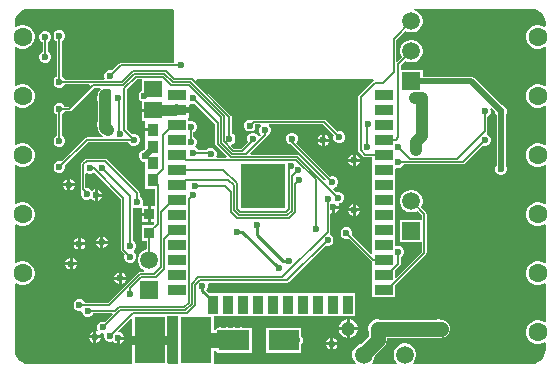
<source format=gtl>
G04*
G04 #@! TF.GenerationSoftware,Altium Limited,Altium Designer,21.5.1 (32)*
G04*
G04 Layer_Physical_Order=1*
G04 Layer_Color=255*
%FSLAX44Y44*%
%MOMM*%
G71*
G04*
G04 #@! TF.SameCoordinates,DE706C4F-A6C2-482A-8352-4916370A565D*
G04*
G04*
G04 #@! TF.FilePolarity,Positive*
G04*
G01*
G75*
%ADD13R,3.7000X3.7000*%
%ADD14R,1.5000X0.9000*%
%ADD15R,0.9000X1.5000*%
%ADD16R,2.6000X4.0000*%
%ADD17R,2.5500X1.7500*%
%ADD18R,0.9000X0.9500*%
%ADD19R,1.5000X1.4500*%
%ADD20R,0.9500X1.0500*%
%ADD30C,1.6000*%
%ADD33C,1.0160*%
%ADD34C,1.2700*%
%ADD35C,0.5080*%
%ADD36C,0.1270*%
%ADD37C,0.9652*%
%ADD38C,0.2540*%
%ADD39C,1.2000*%
%ADD40C,1.5000*%
%ADD41R,1.5000X1.5000*%
%ADD42C,0.6000*%
G36*
X442790Y302495D02*
X445155Y301515D01*
X447283Y300093D01*
X449093Y298283D01*
X450515Y296155D01*
X451495Y293790D01*
X451990Y291303D01*
X451962Y290046D01*
X451965Y290023D01*
X451961Y290000D01*
X451961Y287859D01*
X450691Y287261D01*
X448860Y288319D01*
X446316Y289000D01*
X443684D01*
X441140Y288319D01*
X438860Y287002D01*
X436998Y285140D01*
X435681Y282860D01*
X435000Y280317D01*
Y277684D01*
X435681Y275140D01*
X436998Y272860D01*
X438860Y270998D01*
X441140Y269681D01*
X443684Y269000D01*
X446316D01*
X448860Y269681D01*
X450693Y270740D01*
X451963Y270144D01*
X451967Y237851D01*
X450697Y237258D01*
X448860Y238319D01*
X446316Y239000D01*
X443684D01*
X441140Y238319D01*
X438860Y237002D01*
X436998Y235140D01*
X435681Y232860D01*
X435000Y230317D01*
Y227684D01*
X435681Y225140D01*
X436998Y222860D01*
X438860Y220998D01*
X441140Y219681D01*
X443684Y219000D01*
X446316D01*
X448860Y219681D01*
X450699Y220744D01*
X451969Y220151D01*
X451973Y187843D01*
X450703Y187254D01*
X448860Y188319D01*
X446316Y189000D01*
X443684D01*
X441140Y188319D01*
X438860Y187002D01*
X436998Y185140D01*
X435681Y182860D01*
X435000Y180317D01*
Y177684D01*
X435681Y175140D01*
X436998Y172860D01*
X438860Y170998D01*
X441140Y169681D01*
X443684Y169000D01*
X446316D01*
X448860Y169681D01*
X450705Y170747D01*
X451975Y170159D01*
X451979Y137836D01*
X450709Y137251D01*
X448860Y138319D01*
X446316Y139000D01*
X443684D01*
X441140Y138319D01*
X438860Y137002D01*
X436998Y135140D01*
X435681Y132860D01*
X435000Y130316D01*
Y127683D01*
X435681Y125140D01*
X436998Y122860D01*
X438860Y120998D01*
X441140Y119682D01*
X443684Y119000D01*
X446316D01*
X448860Y119682D01*
X450711Y120751D01*
X451982Y120167D01*
X451985Y87828D01*
X450715Y87247D01*
X448860Y88319D01*
X446316Y89000D01*
X443684D01*
X441140Y88319D01*
X438860Y87002D01*
X436998Y85140D01*
X435681Y82860D01*
X435000Y80316D01*
Y77684D01*
X435681Y75140D01*
X436998Y72860D01*
X438860Y70998D01*
X441140Y69682D01*
X443684Y69000D01*
X446316D01*
X448860Y69682D01*
X450718Y70754D01*
X451988Y70175D01*
X451992Y37820D01*
X450722Y37244D01*
X448860Y38319D01*
X446316Y39000D01*
X443684D01*
X441140Y38319D01*
X438860Y37002D01*
X436998Y35140D01*
X435681Y32860D01*
X435000Y30317D01*
Y27683D01*
X435681Y25140D01*
X436998Y22860D01*
X438860Y20998D01*
X441140Y19682D01*
X443684Y19000D01*
X446316D01*
X448860Y19682D01*
X450723Y20758D01*
X451994Y20183D01*
X451994Y15000D01*
Y13720D01*
X451495Y11210D01*
X450515Y8845D01*
X449093Y6717D01*
X447283Y4907D01*
X445155Y3485D01*
X442790Y2505D01*
X440303Y2010D01*
X439046Y2039D01*
X439023Y2034D01*
X439000Y2039D01*
X339762Y2031D01*
X339236Y3301D01*
X340102Y4167D01*
X341353Y6333D01*
X342000Y8749D01*
Y11251D01*
X341353Y13667D01*
X340102Y15833D01*
X338333Y17602D01*
X336167Y18853D01*
X333751Y19500D01*
X331249D01*
X328833Y18853D01*
X326667Y17602D01*
X324898Y15833D01*
X323647Y13667D01*
X323000Y11251D01*
Y8749D01*
X323647Y6333D01*
X324898Y4167D01*
X325765Y3300D01*
X325239Y2030D01*
X304760Y2028D01*
X304233Y3298D01*
X305102Y4167D01*
X306353Y6333D01*
X307000Y8749D01*
Y9253D01*
X314935Y17188D01*
X314935Y17188D01*
X316156Y18779D01*
X316924Y20633D01*
X317186Y22622D01*
Y24314D01*
X359247D01*
X360005Y24000D01*
X361995D01*
X362753Y24314D01*
X363000D01*
X364989Y24576D01*
X366843Y25344D01*
X368435Y26565D01*
X369656Y28157D01*
X369959Y28888D01*
X370239Y29168D01*
X371000Y31005D01*
Y32995D01*
X370239Y34832D01*
X369959Y35113D01*
X369656Y35843D01*
X368435Y37435D01*
X366843Y38656D01*
X364989Y39424D01*
X363000Y39686D01*
X362753D01*
X361995Y40000D01*
X360005D01*
X359247Y39686D01*
X311726D01*
X310553Y40000D01*
X308447D01*
X306412Y39455D01*
X304588Y38402D01*
X303098Y36912D01*
X302045Y35088D01*
X301500Y33053D01*
Y30947D01*
X301814Y29774D01*
Y25806D01*
X295237Y19229D01*
X293833Y18853D01*
X291667Y17602D01*
X289898Y15833D01*
X288647Y13667D01*
X288000Y11251D01*
Y8749D01*
X288647Y6333D01*
X289898Y4167D01*
X290768Y3297D01*
X290242Y2027D01*
X171398Y2018D01*
X170500Y2916D01*
Y13000D01*
X170995D01*
X171980Y13408D01*
X173250Y12560D01*
Y11250D01*
X202750D01*
Y32750D01*
X195598D01*
X194995Y33000D01*
X193005D01*
X192402Y32750D01*
X189598D01*
X188995Y33000D01*
X187005D01*
X186402Y32750D01*
X183598D01*
X182995Y33000D01*
X181005D01*
X180402Y32750D01*
X177598D01*
X176995Y33000D01*
X175005D01*
X174402Y32750D01*
X173250D01*
Y32273D01*
X173168Y32239D01*
X171770Y30841D01*
X171718Y30842D01*
X170500Y31106D01*
Y42900D01*
X290650D01*
Y61900D01*
X167013D01*
X164492Y64421D01*
X165239Y65168D01*
X166000Y67005D01*
Y68995D01*
X165672Y69788D01*
X166520Y71058D01*
X233000D01*
X233743Y71206D01*
X234373Y71627D01*
X265116Y102369D01*
X266005Y102000D01*
X267995D01*
X269832Y102761D01*
X271239Y104168D01*
X272000Y106005D01*
Y107995D01*
X271239Y109832D01*
X269832Y111239D01*
X269089Y111546D01*
X268916Y111808D01*
X268683Y113090D01*
X268794Y113257D01*
X268942Y114000D01*
Y129480D01*
X270212Y130329D01*
X270730Y130114D01*
Y135000D01*
X272000D01*
Y136270D01*
X276886D01*
X276695Y136730D01*
X276995Y138000D01*
X278832Y138761D01*
X280239Y140168D01*
X281000Y142005D01*
Y143995D01*
X280239Y145832D01*
X278832Y147239D01*
X276995Y148000D01*
X275005D01*
X274116Y147631D01*
X271920Y149827D01*
X272382Y151161D01*
X273832Y151761D01*
X275239Y153168D01*
X276000Y155005D01*
Y156995D01*
X275239Y158832D01*
X273832Y160239D01*
X271995Y161000D01*
X270005D01*
X269116Y160631D01*
X240409Y189338D01*
X241239Y190168D01*
X242000Y192005D01*
Y193995D01*
X241239Y195832D01*
X239832Y197239D01*
X237995Y198000D01*
X236005D01*
X234168Y197239D01*
X232761Y195832D01*
X232000Y193995D01*
Y192005D01*
X232761Y190168D01*
X234168Y188761D01*
X236005Y188000D01*
X236253D01*
X265690Y158563D01*
X265557Y157986D01*
X264162Y157585D01*
X242913Y178833D01*
X242283Y179254D01*
X241540Y179402D01*
X201808D01*
X201322Y180576D01*
X215373Y194627D01*
X215795Y195257D01*
X215811Y195338D01*
X216832Y195761D01*
X218239Y197168D01*
X219000Y199005D01*
Y200995D01*
X218239Y202832D01*
X217283Y203788D01*
X217810Y205058D01*
X263195D01*
X272369Y195884D01*
X272000Y194995D01*
Y193005D01*
X272761Y191168D01*
X274168Y189761D01*
X276005Y189000D01*
X277995D01*
X279832Y189761D01*
X281239Y191168D01*
X282000Y193005D01*
Y194995D01*
X281239Y196832D01*
X279832Y198239D01*
X277995Y199000D01*
X276005D01*
X275116Y198631D01*
X265373Y208373D01*
X264743Y208794D01*
X264000Y208942D01*
X204937D01*
X204937Y208942D01*
X204193Y208794D01*
X203563Y208373D01*
X203547Y208357D01*
X201995Y209000D01*
X200005D01*
X198168Y208239D01*
X196761Y206832D01*
X196000Y204995D01*
Y203005D01*
X196761Y201168D01*
X198168Y199761D01*
X200005Y199000D01*
X201995D01*
X203832Y199761D01*
X205239Y201168D01*
X206000Y203005D01*
Y204995D01*
X206042Y205058D01*
X210191D01*
X210717Y203788D01*
X209761Y202832D01*
X209000Y200995D01*
Y199005D01*
X209761Y197168D01*
X211091Y195838D01*
X210045Y194791D01*
X208547Y195089D01*
X208239Y195832D01*
X206832Y197239D01*
X204995Y198000D01*
X203005D01*
X201168Y197239D01*
X199761Y195832D01*
X199000Y193995D01*
Y192005D01*
X199662Y190408D01*
X193736Y184482D01*
X187857D01*
X185503Y186836D01*
X185801Y188334D01*
X186832Y188761D01*
X188239Y190168D01*
X189000Y192005D01*
Y193995D01*
X188239Y195832D01*
X186832Y197239D01*
X185942Y197607D01*
Y211000D01*
X185794Y211743D01*
X185373Y212373D01*
X185373Y212374D01*
X155920Y241827D01*
X156406Y243000D01*
X305386D01*
X306171Y241822D01*
X306160Y241730D01*
X305627Y241373D01*
X305627Y241373D01*
X293627Y229373D01*
X293206Y228743D01*
X293058Y228000D01*
Y183000D01*
X293206Y182257D01*
X293627Y181627D01*
X297626Y177627D01*
X297627Y177627D01*
X298257Y177206D01*
X299000Y177058D01*
X305000D01*
Y172700D01*
Y160000D01*
Y147300D01*
Y134600D01*
Y121900D01*
Y109200D01*
Y95406D01*
X303827Y94920D01*
X287631Y111116D01*
X288000Y112005D01*
Y113995D01*
X287239Y115832D01*
X285832Y117239D01*
X283995Y118000D01*
X282005D01*
X280168Y117239D01*
X278761Y115832D01*
X278000Y113995D01*
Y112005D01*
X278761Y110168D01*
X280168Y108761D01*
X282005Y108000D01*
X283995D01*
X284884Y108369D01*
X304327Y88927D01*
X304957Y88505D01*
X305000Y88497D01*
Y83800D01*
Y71100D01*
Y58400D01*
X324000D01*
Y68653D01*
X350373Y95027D01*
X350794Y95657D01*
X350942Y96400D01*
Y129000D01*
X350794Y129743D01*
X350373Y130373D01*
X345960Y134787D01*
X346853Y136333D01*
X347500Y138749D01*
Y141251D01*
X346853Y143667D01*
X345602Y145833D01*
X343833Y147602D01*
X341667Y148853D01*
X339251Y149500D01*
X336749D01*
X334333Y148853D01*
X332167Y147602D01*
X330398Y145833D01*
X329147Y143667D01*
X328500Y141251D01*
Y138749D01*
X329147Y136333D01*
X330398Y134167D01*
X332167Y132398D01*
X334333Y131147D01*
X336749Y130500D01*
X339251D01*
X341667Y131147D01*
X343213Y132040D01*
X347058Y128195D01*
Y124100D01*
X328500D01*
Y105100D01*
X347058D01*
Y97205D01*
X325173Y75320D01*
X324000Y75806D01*
Y81353D01*
X328373Y85726D01*
X328373Y85727D01*
X328795Y86357D01*
X328942Y87100D01*
Y92393D01*
X329832Y92761D01*
X331239Y94168D01*
X332000Y96005D01*
Y97995D01*
X331239Y99832D01*
X329832Y101239D01*
X327995Y102000D01*
X326005D01*
X325270Y101695D01*
X324000Y102544D01*
Y109200D01*
Y121900D01*
Y134600D01*
Y147300D01*
Y160000D01*
Y167456D01*
X325270Y168305D01*
X326005Y168000D01*
X327995D01*
X329832Y168761D01*
X331239Y170168D01*
X331607Y171058D01*
X381500D01*
X382243Y171206D01*
X382873Y171627D01*
X398366Y187119D01*
X399255Y186750D01*
X401245D01*
X403082Y187511D01*
X404489Y188918D01*
X405250Y190755D01*
Y192745D01*
X404489Y194582D01*
X403082Y195989D01*
X401986Y196443D01*
X401623Y197877D01*
X402044Y198507D01*
X402192Y199250D01*
Y211393D01*
X403082Y211761D01*
X404489Y213168D01*
X405250Y215005D01*
Y216995D01*
X404921Y217789D01*
X405997Y218509D01*
X409000Y215506D01*
Y215005D01*
X409761Y213168D01*
X410115Y212814D01*
Y170186D01*
X409761Y169832D01*
X409000Y167995D01*
Y166005D01*
X409761Y164168D01*
X411168Y162761D01*
X413005Y162000D01*
X414995D01*
X416832Y162761D01*
X418239Y164168D01*
X419000Y166005D01*
Y167995D01*
X418239Y169832D01*
X417885Y170186D01*
Y212814D01*
X418239Y213168D01*
X419000Y215005D01*
Y216995D01*
X418239Y218832D01*
X416832Y220239D01*
X414995Y221000D01*
X414494D01*
X391147Y244347D01*
X389887Y245189D01*
X388400Y245485D01*
X347500D01*
Y251100D01*
X328942D01*
Y255196D01*
X332787Y259040D01*
X334333Y258147D01*
X336749Y257500D01*
X339251D01*
X341667Y258147D01*
X343833Y259398D01*
X345602Y261167D01*
X346853Y263333D01*
X347500Y265749D01*
Y268251D01*
X346853Y270667D01*
X345602Y272833D01*
X343833Y274602D01*
X341667Y275853D01*
X339251Y276500D01*
X336749D01*
X334333Y275853D01*
X332167Y274602D01*
X330398Y272833D01*
X329147Y270667D01*
X328500Y268251D01*
Y265749D01*
X329147Y263333D01*
X330040Y261787D01*
X326212Y257959D01*
X324942Y258485D01*
Y276595D01*
X332787Y284440D01*
X334333Y283547D01*
X336749Y282900D01*
X339251D01*
X341667Y283547D01*
X343833Y284798D01*
X345602Y286567D01*
X346853Y288733D01*
X347500Y291149D01*
Y293651D01*
X346853Y296067D01*
X345602Y298233D01*
X343833Y300002D01*
X341667Y301253D01*
X339936Y301716D01*
X340103Y302987D01*
X439000Y302994D01*
X440280D01*
X442790Y302495D01*
D02*
G37*
G36*
X14954Y302961D02*
X14977Y302966D01*
X15000Y302961D01*
X136102Y302970D01*
X137000Y302072D01*
Y256942D01*
X92000D01*
X92000Y256942D01*
X91257Y256794D01*
X90627Y256373D01*
X84885Y250631D01*
X83995Y251000D01*
X82005D01*
X80168Y250239D01*
X78761Y248832D01*
X78000Y246995D01*
Y245005D01*
X78328Y244212D01*
X77480Y242942D01*
X44607D01*
X44239Y243832D01*
X42832Y245239D01*
X41942Y245607D01*
Y275393D01*
X42832Y275761D01*
X44239Y277168D01*
X45000Y279005D01*
Y280995D01*
X44239Y282832D01*
X42832Y284239D01*
X40995Y285000D01*
X39005D01*
X37168Y284239D01*
X35761Y282832D01*
X35000Y280995D01*
Y279005D01*
X35761Y277168D01*
X37168Y275761D01*
X38058Y275393D01*
Y245607D01*
X37168Y245239D01*
X35761Y243832D01*
X35000Y241995D01*
Y240005D01*
X35761Y238168D01*
X37168Y236761D01*
X39005Y236000D01*
X40995D01*
X42832Y236761D01*
X44239Y238168D01*
X44607Y239058D01*
X65152D01*
X65637Y237884D01*
X47695Y219942D01*
X44607D01*
X44239Y220832D01*
X42832Y222239D01*
X40995Y223000D01*
X39005D01*
X37168Y222239D01*
X35761Y220832D01*
X35000Y218995D01*
Y217005D01*
X35761Y215168D01*
X37168Y213761D01*
X38058Y213393D01*
Y195607D01*
X37168Y195239D01*
X35761Y193832D01*
X35000Y191995D01*
Y190005D01*
X35761Y188168D01*
X37168Y186761D01*
X39005Y186000D01*
X40995D01*
X42832Y186761D01*
X44239Y188168D01*
X45000Y190005D01*
Y191995D01*
X44239Y193832D01*
X42832Y195239D01*
X41942Y195607D01*
Y213393D01*
X42832Y213761D01*
X44239Y215168D01*
X44607Y216058D01*
X48500D01*
X49243Y216206D01*
X49873Y216627D01*
X69304Y236058D01*
X74464D01*
X74895Y234788D01*
X74471Y234463D01*
X73453Y233136D01*
X72813Y231591D01*
X72595Y229934D01*
Y229431D01*
X72000Y227995D01*
Y226005D01*
X72595Y224569D01*
Y207432D01*
X72000Y205995D01*
Y204005D01*
X72595Y202568D01*
Y202000D01*
X72813Y200342D01*
X73453Y198798D01*
X74471Y197471D01*
X76471Y195471D01*
X76808Y195212D01*
X76377Y193942D01*
X63000D01*
X62257Y193794D01*
X61627Y193373D01*
X41884Y173631D01*
X40995Y174000D01*
X39005D01*
X37168Y173239D01*
X35761Y171832D01*
X35000Y169995D01*
Y168005D01*
X35761Y166168D01*
X37168Y164761D01*
X39005Y164000D01*
X40995D01*
X42832Y164761D01*
X44239Y166168D01*
X45000Y168005D01*
Y169995D01*
X44631Y170884D01*
X63804Y190058D01*
X98393D01*
X98761Y189168D01*
X100168Y187761D01*
X102005Y187000D01*
X103995D01*
X105832Y187761D01*
X107239Y189168D01*
X108000Y191005D01*
Y192995D01*
X107239Y194832D01*
X105832Y196239D01*
X103995Y197000D01*
X102005D01*
X101116Y196631D01*
X96942Y200805D01*
Y234603D01*
X105397Y243058D01*
X109500D01*
Y233376D01*
X109168Y233239D01*
X107761Y231832D01*
X107000Y229995D01*
Y228005D01*
X107761Y226168D01*
X109168Y224761D01*
X109500Y224624D01*
Y218020D01*
X119000D01*
Y215480D01*
X109500D01*
Y207500D01*
X112250D01*
Y201520D01*
X119000D01*
Y198980D01*
X112250D01*
Y194270D01*
X112250Y193000D01*
X112250D01*
Y193000D01*
X112250D01*
Y183994D01*
X111756Y183500D01*
X111255D01*
X109418Y182739D01*
X108011Y181332D01*
X107250Y179494D01*
Y177505D01*
X108011Y175668D01*
X109418Y174261D01*
X111255Y173500D01*
X112250D01*
Y165000D01*
X112250D01*
X112250Y165000D01*
X112250Y163730D01*
Y150500D01*
X121173D01*
Y135500D01*
X117270D01*
Y128750D01*
X116000D01*
D01*
X117270D01*
Y122000D01*
X119718D01*
X120224Y120840D01*
X119554Y120000D01*
X109500D01*
Y106500D01*
X114058D01*
Y99315D01*
X112333Y98853D01*
X110167Y97602D01*
X108398Y95833D01*
X107147Y93667D01*
X106500Y91251D01*
Y88749D01*
X107147Y86333D01*
X108398Y84167D01*
X110167Y82398D01*
X111212Y81795D01*
X111649Y80104D01*
X111553Y79942D01*
X108000D01*
X107257Y79795D01*
X106627Y79373D01*
X81195Y53942D01*
X61607D01*
X61239Y54832D01*
X59832Y56239D01*
X57994Y57000D01*
X56005D01*
X54168Y56239D01*
X52761Y54832D01*
X52000Y52995D01*
Y51005D01*
X52761Y49168D01*
X54168Y47761D01*
X56005Y47000D01*
X57994D01*
X59000Y46328D01*
Y46005D01*
X59761Y44168D01*
X61168Y42761D01*
X63005Y42000D01*
X64995D01*
X66832Y42761D01*
X68239Y44168D01*
X68607Y45058D01*
X84651D01*
X85138Y43884D01*
X78885Y37631D01*
X77995Y38000D01*
X76005D01*
X74168Y37239D01*
X72761Y35832D01*
X72000Y33995D01*
Y32005D01*
X72524Y30741D01*
X71552Y29769D01*
X71270Y29886D01*
Y26270D01*
X74886D01*
X74476Y27259D01*
X75448Y28231D01*
X76005Y28000D01*
X77042D01*
X77999Y26995D01*
X78000Y26827D01*
Y25005D01*
X78761Y23168D01*
X80168Y21761D01*
X82005Y21000D01*
X83995D01*
X85562Y21649D01*
X85761Y21168D01*
X87168Y19761D01*
X88730Y19114D01*
Y24000D01*
X90000D01*
Y25270D01*
X94886D01*
X94239Y26832D01*
X92832Y28239D01*
X90995Y29000D01*
X90543D01*
X90017Y30270D01*
X100327Y40580D01*
X101500Y40094D01*
Y25810D01*
X116500D01*
X131500D01*
Y43058D01*
X140500D01*
Y2016D01*
X132398Y2015D01*
X131500Y2913D01*
Y18190D01*
X116500D01*
X101500D01*
Y2013D01*
X15000Y2006D01*
X13720D01*
X11210Y2505D01*
X8845Y3485D01*
X6717Y4907D01*
X4907Y6717D01*
X3485Y8845D01*
X2505Y11210D01*
X2010Y13698D01*
X2039Y14954D01*
X2034Y14977D01*
X2039Y15000D01*
X2032Y70149D01*
X3302Y70743D01*
X5140Y69682D01*
X7683Y69000D01*
X10316D01*
X12860Y69682D01*
X15140Y70998D01*
X17002Y72860D01*
X18319Y75140D01*
X19000Y77684D01*
Y80316D01*
X18319Y82860D01*
X17002Y85140D01*
X15140Y87002D01*
X12860Y88319D01*
X10316Y89000D01*
X7683D01*
X5140Y88319D01*
X3300Y87256D01*
X2030Y87848D01*
X2026Y120157D01*
X3296Y120746D01*
X5140Y119682D01*
X7683Y119000D01*
X10316D01*
X12860Y119682D01*
X15140Y120998D01*
X17002Y122860D01*
X18319Y125140D01*
X19000Y127683D01*
Y130316D01*
X18319Y132860D01*
X17002Y135140D01*
X15140Y137002D01*
X12860Y138319D01*
X10316Y139000D01*
X7683D01*
X5140Y138319D01*
X3294Y137253D01*
X2024Y137840D01*
X2020Y170165D01*
X3290Y170750D01*
X5140Y169681D01*
X7683Y169000D01*
X10316D01*
X12860Y169681D01*
X15140Y170998D01*
X17002Y172860D01*
X18319Y175140D01*
X19000Y177684D01*
Y180317D01*
X18319Y182860D01*
X17002Y185140D01*
X15140Y187002D01*
X12860Y188319D01*
X10316Y189000D01*
X7683D01*
X5140Y188319D01*
X3288Y187249D01*
X2018Y187832D01*
X2014Y220173D01*
X3284Y220753D01*
X5140Y219681D01*
X7683Y219000D01*
X10316D01*
X12860Y219681D01*
X15140Y220998D01*
X17002Y222860D01*
X18319Y225140D01*
X19000Y227684D01*
Y230317D01*
X18319Y232860D01*
X17002Y235140D01*
X15140Y237002D01*
X12860Y238319D01*
X10316Y239000D01*
X7683D01*
X5140Y238319D01*
X3282Y237246D01*
X2012Y237824D01*
X2008Y270181D01*
X3278Y270757D01*
X5140Y269681D01*
X7683Y269000D01*
X10316D01*
X12860Y269681D01*
X15140Y270998D01*
X17002Y272860D01*
X18319Y275140D01*
X19000Y277684D01*
Y280317D01*
X18319Y282860D01*
X17002Y285140D01*
X15140Y287002D01*
X12860Y288319D01*
X10316Y289000D01*
X7683D01*
X5140Y288319D01*
X3276Y287242D01*
X2006Y287817D01*
X2006Y290000D01*
Y291280D01*
X2505Y293790D01*
X3485Y296155D01*
X4907Y298283D01*
X6717Y300093D01*
X8845Y301515D01*
X11210Y302495D01*
X13697Y302990D01*
X14954Y302961D01*
D02*
G37*
G36*
X152005Y222000D02*
X153995D01*
X154885Y222369D01*
X171978Y205275D01*
Y188488D01*
X172125Y187745D01*
X172547Y187115D01*
X181625Y178036D01*
X181139Y176862D01*
X173487D01*
X172638Y178132D01*
X173000Y179005D01*
Y180995D01*
X172239Y182832D01*
X170832Y184239D01*
X168995Y185000D01*
X167005D01*
X165168Y184239D01*
X163871Y182942D01*
X157607D01*
X157239Y183832D01*
X155832Y185239D01*
X155296Y185461D01*
X155048Y186707D01*
X155509Y187168D01*
X156270Y189005D01*
Y190995D01*
X155509Y192832D01*
X154102Y194239D01*
X153212Y194607D01*
Y198393D01*
X154102Y198761D01*
X155509Y200168D01*
X156270Y202005D01*
Y203995D01*
X155509Y205832D01*
X154102Y207239D01*
X152265Y208000D01*
X150275D01*
X150056Y207909D01*
X149000Y208615D01*
Y210260D01*
X149540D01*
Y214760D01*
X139500D01*
Y219840D01*
X149540D01*
Y221730D01*
X150810Y222495D01*
X152005Y222000D01*
D02*
G37*
%LPC*%
G36*
X264770Y196386D02*
Y192770D01*
X268386D01*
X267739Y194332D01*
X266332Y195739D01*
X264770Y196386D01*
D02*
G37*
G36*
X262230D02*
X260668Y195739D01*
X259261Y194332D01*
X258614Y192770D01*
X262230D01*
Y196386D01*
D02*
G37*
G36*
X268386Y190230D02*
X264770D01*
Y186614D01*
X266332Y187261D01*
X267739Y188668D01*
X268386Y190230D01*
D02*
G37*
G36*
X262230D02*
X258614D01*
X259261Y188668D01*
X260668Y187261D01*
X262230Y186614D01*
Y190230D01*
D02*
G37*
G36*
X290770Y179386D02*
Y175770D01*
X294386D01*
X293739Y177332D01*
X292332Y178739D01*
X290770Y179386D01*
D02*
G37*
G36*
X288230D02*
X286668Y178739D01*
X285261Y177332D01*
X284614Y175770D01*
X288230D01*
Y179386D01*
D02*
G37*
G36*
X294386Y173230D02*
X290770D01*
Y169614D01*
X292332Y170261D01*
X293739Y171668D01*
X294386Y173230D01*
D02*
G37*
G36*
X288230D02*
X284614D01*
X285261Y171668D01*
X286668Y170261D01*
X288230Y169614D01*
Y173230D01*
D02*
G37*
G36*
X290770Y137386D02*
Y133770D01*
X294386D01*
X293739Y135332D01*
X292332Y136739D01*
X290770Y137386D01*
D02*
G37*
G36*
X288230D02*
X286668Y136739D01*
X285261Y135332D01*
X284614Y133770D01*
X288230D01*
Y137386D01*
D02*
G37*
G36*
X276886Y133730D02*
X273270D01*
Y130114D01*
X274832Y130761D01*
X276239Y132168D01*
X276886Y133730D01*
D02*
G37*
G36*
X294386Y131230D02*
X290770D01*
Y127614D01*
X292332Y128261D01*
X293739Y129668D01*
X294386Y131230D01*
D02*
G37*
G36*
X288230D02*
X284614D01*
X285261Y129668D01*
X286668Y128261D01*
X288230Y127614D01*
Y131230D01*
D02*
G37*
G36*
X285770Y39942D02*
Y33270D01*
X292442D01*
X291955Y35088D01*
X290902Y36912D01*
X289412Y38402D01*
X287588Y39455D01*
X285770Y39942D01*
D02*
G37*
G36*
X283230Y39942D02*
X281412Y39455D01*
X279588Y38402D01*
X278098Y36912D01*
X277045Y35088D01*
X276558Y33270D01*
X283230D01*
Y39942D01*
D02*
G37*
G36*
Y30730D02*
X276558D01*
X277045Y28912D01*
X278098Y27088D01*
X279588Y25598D01*
X281412Y24545D01*
X283230Y24058D01*
Y30730D01*
D02*
G37*
G36*
X292442D02*
X285770D01*
Y24058D01*
X287588Y24545D01*
X289412Y25598D01*
X290902Y27088D01*
X291955Y28912D01*
X292442Y30730D01*
D02*
G37*
G36*
X271689Y24305D02*
Y20689D01*
X275305D01*
X274658Y22252D01*
X273252Y23658D01*
X271689Y24305D01*
D02*
G37*
G36*
X269149D02*
X267587Y23658D01*
X266181Y22252D01*
X265534Y20689D01*
X269149D01*
Y24305D01*
D02*
G37*
G36*
X275305Y18149D02*
X271689D01*
Y14533D01*
X273252Y15181D01*
X274658Y16587D01*
X275305Y18149D01*
D02*
G37*
G36*
X269149D02*
X265534D01*
X266181Y16587D01*
X267587Y15181D01*
X269149Y14533D01*
Y18149D01*
D02*
G37*
G36*
X244750Y32750D02*
X215250D01*
Y28598D01*
X215000Y27995D01*
Y26005D01*
X215250Y25402D01*
Y18598D01*
X215000Y17995D01*
Y16005D01*
X215250Y15402D01*
Y11250D01*
X244750D01*
Y18679D01*
X245239Y19168D01*
X246000Y21005D01*
Y22995D01*
X245239Y24832D01*
X244750Y25321D01*
Y32750D01*
D02*
G37*
G36*
X28995Y284000D02*
X27005D01*
X25168Y283239D01*
X23761Y281832D01*
X23000Y279995D01*
Y278005D01*
X23761Y276168D01*
X25168Y274761D01*
X26058Y274393D01*
Y266607D01*
X25168Y266239D01*
X23761Y264832D01*
X23000Y262995D01*
Y261005D01*
X23761Y259168D01*
X25168Y257761D01*
X27005Y257000D01*
X28995D01*
X30832Y257761D01*
X32239Y259168D01*
X33000Y261005D01*
Y262995D01*
X32239Y264832D01*
X30832Y266239D01*
X29942Y266607D01*
Y274393D01*
X30832Y274761D01*
X32239Y276168D01*
X33000Y278005D01*
Y279995D01*
X32239Y281832D01*
X30832Y283239D01*
X28995Y284000D01*
D02*
G37*
G36*
X49270Y158886D02*
Y155270D01*
X52886D01*
X52239Y156832D01*
X50832Y158239D01*
X49270Y158886D01*
D02*
G37*
G36*
X46730D02*
X45168Y158239D01*
X43761Y156832D01*
X43114Y155270D01*
X46730D01*
Y158886D01*
D02*
G37*
G36*
X52886Y152730D02*
X49270D01*
Y149114D01*
X50832Y149761D01*
X52239Y151168D01*
X52886Y152730D01*
D02*
G37*
G36*
X46730D02*
X43114D01*
X43761Y151168D01*
X45168Y149761D01*
X46730Y149114D01*
Y152730D01*
D02*
G37*
G36*
X72270Y149886D02*
Y146270D01*
X75886D01*
X75239Y147832D01*
X73832Y149239D01*
X72270Y149886D01*
D02*
G37*
G36*
X75886Y143730D02*
X72270D01*
Y140114D01*
X73832Y140761D01*
X75239Y142168D01*
X75886Y143730D01*
D02*
G37*
G36*
X63000Y175942D02*
X62257Y175795D01*
X61627Y175373D01*
X58627Y172373D01*
X58205Y171743D01*
X58058Y171000D01*
Y149937D01*
X58205Y149193D01*
X58627Y148563D01*
X58643Y148547D01*
X58000Y146994D01*
Y145005D01*
X58761Y143168D01*
X60168Y141761D01*
X62005Y141000D01*
X63995D01*
X65832Y141761D01*
X65840Y141769D01*
X66761Y142168D01*
X68168Y140761D01*
X69730Y140114D01*
Y145000D01*
Y149886D01*
X68168Y149239D01*
X68160Y149231D01*
X67239Y148832D01*
X65832Y150239D01*
X63995Y151000D01*
X62006D01*
X61942Y151042D01*
Y163327D01*
X63116Y163813D01*
X63168Y163761D01*
X65005Y163000D01*
X66995D01*
X68832Y163761D01*
X69662Y164591D01*
X92058Y142196D01*
Y99000D01*
X92205Y98257D01*
X92627Y97627D01*
X95369Y94885D01*
X95000Y93995D01*
Y92005D01*
X95761Y90168D01*
X97168Y88761D01*
X99005Y88000D01*
X100995D01*
X102832Y88761D01*
X104239Y90168D01*
X105000Y92005D01*
Y93995D01*
X104239Y95832D01*
X103401Y96670D01*
X102968Y97500D01*
X103401Y98330D01*
X104239Y99168D01*
X105000Y101005D01*
Y102995D01*
X104239Y104832D01*
X102832Y106239D01*
X101942Y106607D01*
Y134327D01*
X103116Y134813D01*
X103168Y134761D01*
X105005Y134000D01*
X106995D01*
X108230Y134512D01*
X109500Y133770D01*
Y130020D01*
X114730D01*
Y135500D01*
X111230D01*
X110488Y136770D01*
X111000Y138005D01*
Y139995D01*
X110239Y141832D01*
X108832Y143239D01*
X107942Y143607D01*
Y147000D01*
X107942Y147000D01*
X107795Y147743D01*
X107373Y148373D01*
X80373Y175373D01*
X79743Y175795D01*
X79000Y175942D01*
X63000D01*
X63000Y175942D01*
D02*
G37*
G36*
X114730Y127480D02*
X109500D01*
Y122000D01*
X114730D01*
Y127480D01*
D02*
G37*
G36*
X77270Y109886D02*
Y106270D01*
X80886D01*
X80239Y107832D01*
X78832Y109239D01*
X77270Y109886D01*
D02*
G37*
G36*
X74730D02*
X73168Y109239D01*
X71761Y107832D01*
X71114Y106270D01*
X74730D01*
Y109886D01*
D02*
G37*
G36*
X58270Y108886D02*
Y105270D01*
X61886D01*
X61239Y106832D01*
X59832Y108239D01*
X58270Y108886D01*
D02*
G37*
G36*
X55730D02*
X54168Y108239D01*
X52761Y106832D01*
X52114Y105270D01*
X55730D01*
Y108886D01*
D02*
G37*
G36*
X80886Y103730D02*
X77270D01*
Y100114D01*
X78832Y100761D01*
X80239Y102168D01*
X80886Y103730D01*
D02*
G37*
G36*
X74730D02*
X71114D01*
X71761Y102168D01*
X73168Y100761D01*
X74730Y100114D01*
Y103730D01*
D02*
G37*
G36*
X61886Y102730D02*
X58270D01*
Y99114D01*
X59832Y99761D01*
X61239Y101168D01*
X61886Y102730D01*
D02*
G37*
G36*
X55730D02*
X52114D01*
X52761Y101168D01*
X54168Y99761D01*
X55730Y99114D01*
Y102730D01*
D02*
G37*
G36*
X51270Y91886D02*
Y88270D01*
X54886D01*
X54239Y89832D01*
X52832Y91239D01*
X51270Y91886D01*
D02*
G37*
G36*
X48730D02*
X47168Y91239D01*
X45761Y89832D01*
X45114Y88270D01*
X48730D01*
Y91886D01*
D02*
G37*
G36*
X54886Y85730D02*
X51270D01*
Y82114D01*
X52832Y82761D01*
X54239Y84168D01*
X54886Y85730D01*
D02*
G37*
G36*
X48730D02*
X45114D01*
X45761Y84168D01*
X47168Y82761D01*
X48730Y82114D01*
Y85730D01*
D02*
G37*
G36*
X92770Y79386D02*
Y75770D01*
X96386D01*
X95739Y77332D01*
X94332Y78739D01*
X92770Y79386D01*
D02*
G37*
G36*
X90230D02*
X88668Y78739D01*
X87261Y77332D01*
X86614Y75770D01*
X90230D01*
Y79386D01*
D02*
G37*
G36*
X96386Y73230D02*
X92770D01*
Y69614D01*
X94332Y70261D01*
X95739Y71668D01*
X96386Y73230D01*
D02*
G37*
G36*
X90230D02*
X86614D01*
X87261Y71668D01*
X88668Y70261D01*
X90230Y69614D01*
Y73230D01*
D02*
G37*
G36*
X68730Y29886D02*
X67168Y29239D01*
X65761Y27832D01*
X65114Y26270D01*
X68730D01*
Y29886D01*
D02*
G37*
G36*
X74886Y23730D02*
X71270D01*
Y20114D01*
X72832Y20761D01*
X74239Y22168D01*
X74886Y23730D01*
D02*
G37*
G36*
X68730D02*
X65114D01*
X65761Y22168D01*
X67168Y20761D01*
X68730Y20114D01*
Y23730D01*
D02*
G37*
G36*
X94886Y22730D02*
X91270D01*
Y19114D01*
X92832Y19761D01*
X94239Y21168D01*
X94886Y22730D01*
D02*
G37*
%LPD*%
D13*
X212000Y152800D02*
D03*
D14*
X314500Y230000D02*
D03*
Y217300D02*
D03*
Y204600D02*
D03*
Y191900D02*
D03*
Y179200D02*
D03*
Y166500D02*
D03*
Y153800D02*
D03*
Y141100D02*
D03*
Y128400D02*
D03*
Y115700D02*
D03*
Y103000D02*
D03*
Y90300D02*
D03*
Y77600D02*
D03*
Y64900D02*
D03*
X139500D02*
D03*
Y77600D02*
D03*
Y90300D02*
D03*
Y103000D02*
D03*
Y115700D02*
D03*
Y128400D02*
D03*
Y141100D02*
D03*
Y153800D02*
D03*
Y166500D02*
D03*
Y179200D02*
D03*
Y191900D02*
D03*
Y204600D02*
D03*
Y217300D02*
D03*
Y230000D02*
D03*
D15*
X284150Y52400D02*
D03*
X271450D02*
D03*
X258750D02*
D03*
X246050D02*
D03*
X233350D02*
D03*
X220650D02*
D03*
X207950D02*
D03*
X195250D02*
D03*
X182550D02*
D03*
X169850D02*
D03*
D16*
X155500Y22000D02*
D03*
X116500D02*
D03*
D17*
X188000D02*
D03*
X230000D02*
D03*
D18*
X116000Y113250D02*
D03*
Y128750D02*
D03*
D19*
X119000Y235250D02*
D03*
Y216750D02*
D03*
D20*
Y157750D02*
D03*
Y172250D02*
D03*
Y200250D02*
D03*
Y185750D02*
D03*
D30*
X9000Y79000D02*
D03*
Y129000D02*
D03*
Y179000D02*
D03*
Y279000D02*
D03*
Y229000D02*
D03*
X445000D02*
D03*
Y279000D02*
D03*
Y179000D02*
D03*
Y129000D02*
D03*
Y79000D02*
D03*
Y29000D02*
D03*
D33*
X347000Y195000D02*
Y227000D01*
X79000D02*
Y229934D01*
Y202000D02*
Y227000D01*
X341000D02*
X347000D01*
X342000Y190000D02*
X347000Y195000D01*
X342000Y183000D02*
Y190000D01*
X79000Y202000D02*
X81000Y200000D01*
D34*
X309500Y32000D02*
X363000D01*
X155500Y22000D02*
X188000D01*
X309500Y22622D02*
Y32000D01*
X297500Y10000D02*
Y10622D01*
X309500Y22622D01*
D35*
X112250Y178500D02*
X119000Y185250D01*
X338000Y241600D02*
X388400D01*
X414000Y216000D01*
Y167000D02*
Y216000D01*
X119000Y185250D02*
Y185750D01*
X112000Y229000D02*
X112500D01*
D36*
X112500Y178750D02*
X119000Y172250D01*
X337000Y176000D02*
X377000D01*
X400250Y199250D01*
Y216000D01*
X327000Y186000D02*
X337000Y176000D01*
X327000Y173000D02*
X381500D01*
X400250Y191750D01*
X157540Y75540D02*
X228540D01*
X267000Y114000D01*
X28000Y262000D02*
Y279000D01*
X95000Y235408D02*
X104592Y245000D01*
X90500Y197500D02*
Y226500D01*
X90000Y227000D02*
X90500Y226500D01*
X95000Y200000D02*
Y235408D01*
Y200000D02*
X103000Y192000D01*
X48500Y218000D02*
X68500Y238000D01*
X94000D02*
X103540Y247540D01*
X68500Y238000D02*
X94000D01*
X40000Y218000D02*
X48500D01*
X102080Y250080D02*
X129920D01*
X103540Y247540D02*
X128868D01*
X93000Y241000D02*
X102080Y250080D01*
X40000Y241000D02*
X93000D01*
X83000Y246000D02*
X92000Y255000D01*
X90500Y197500D02*
X91000Y197000D01*
X40000Y169000D02*
X63000Y192000D01*
X103000D01*
X267000Y114000D02*
Y142000D01*
X57000Y52000D02*
X82000D01*
X100000Y61000D02*
Y66408D01*
X108000Y78000D02*
X120000D01*
X82000Y52000D02*
X108000Y78000D01*
X100000Y66408D02*
X109052Y75460D01*
X121460D01*
X283000Y113000D02*
X305700Y90300D01*
X151270Y190000D02*
Y203000D01*
X167000Y181000D02*
X168000Y180000D01*
X153000Y181000D02*
X167000D01*
X146780Y174920D02*
X240488D01*
X142500Y179200D02*
X146780Y174920D01*
X240488D02*
X257000Y158408D01*
X119000Y157750D02*
X123115Y153635D01*
X128000Y167250D02*
Y196100D01*
X122000Y161250D02*
X128000Y167250D01*
Y196100D02*
X136500Y204600D01*
X139500D01*
X149460Y141460D02*
X153000Y145000D01*
X149460Y54052D02*
Y141460D01*
X187460Y132540D02*
Y153540D01*
X190000Y133592D02*
Y155000D01*
X183000Y158000D02*
X187460Y153540D01*
X184920Y131080D02*
X190540Y125460D01*
X184920Y131080D02*
Y148000D01*
X190000Y133592D02*
X192592Y131000D01*
X179920Y153000D02*
X184920Y148000D01*
X187460Y132540D02*
X192000Y128000D01*
X178500Y166500D02*
X190000Y155000D01*
X192592Y131000D02*
X232000D01*
X155000Y153000D02*
X179920D01*
X145488Y50080D02*
X149460Y54052D01*
X90488Y50080D02*
X145488D01*
X64000Y47000D02*
X87408D01*
X90488Y50080D01*
X77000Y33000D02*
X91540Y47540D01*
X146540D01*
X264000Y207000D02*
X277000Y194000D01*
X204937Y207000D02*
X264000D01*
X201937Y204000D02*
X204937Y207000D01*
X201000Y204000D02*
X201937D01*
X237000Y190000D02*
Y193000D01*
Y190000D02*
X271000Y156000D01*
X146540Y47540D02*
X152000Y53000D01*
Y70000D01*
X157540Y75540D01*
X155000Y69000D02*
X159000Y73000D01*
X148000Y45000D02*
X155000Y52000D01*
Y69000D01*
X257000Y116000D02*
Y158408D01*
X339000Y139000D02*
X349000Y129000D01*
Y96400D02*
Y129000D01*
X314500Y64900D02*
X317500D01*
X349000Y96400D01*
X317500Y77600D02*
X327000Y87100D01*
Y97000D01*
X83000Y26000D02*
X102000Y45000D01*
X148000D01*
X159000Y73000D02*
X233000D01*
X267000Y107000D01*
X314500Y77600D02*
X317500D01*
X305700Y90300D02*
X314500D01*
X300000Y204000D02*
X301000Y205000D01*
X300000Y186000D02*
Y204000D01*
X295000Y183000D02*
X299000Y179000D01*
X295000Y183000D02*
Y228000D01*
X299000Y179000D02*
X314300D01*
X295000Y228000D02*
X307000Y240000D01*
X239540Y154540D02*
X243000Y158000D01*
X239540Y130540D02*
Y154540D01*
X234460Y125460D02*
X239540Y130540D01*
X190540Y125460D02*
X234460D01*
X192000Y128000D02*
X233000D01*
X106000Y139000D02*
Y147000D01*
X79000Y174000D02*
X106000Y147000D01*
X63000Y174000D02*
X79000D01*
X60000Y171000D02*
X63000Y174000D01*
X60000Y149937D02*
Y171000D01*
X63000Y146000D02*
Y146937D01*
X60000Y149937D02*
X63000Y146937D01*
X66000Y168000D02*
X69000D01*
X94000Y143000D01*
Y99000D02*
Y143000D01*
Y99000D02*
X100000Y93000D01*
X139300Y90300D02*
X139500D01*
X76000Y168000D02*
X100000Y144000D01*
Y102000D02*
Y144000D01*
X139500Y103000D02*
X140000D01*
X121460Y75460D02*
X128540Y82540D01*
Y107740D01*
X136500Y115700D01*
X139500D01*
Y179200D02*
X142500D01*
X139500Y166500D02*
X178500D01*
X146700Y158000D02*
X183000D01*
X142500Y153800D02*
X146700Y158000D01*
X139500Y153800D02*
X142500D01*
X120000Y78000D02*
X126000Y84000D01*
Y130600D01*
X136500Y141100D02*
X139500D01*
X126000Y130600D02*
X136500Y141100D01*
X241967Y165967D02*
X242049D01*
X237000Y161000D02*
X241967Y165967D01*
X237000Y132000D02*
Y161000D01*
X233000Y128000D02*
X237000Y132000D01*
X234000Y133000D02*
Y168000D01*
X232000Y131000D02*
X234000Y133000D01*
Y168000D02*
X236000Y170000D01*
X139500Y191900D02*
X139900D01*
X122000Y155000D02*
Y161250D01*
X241540Y177460D02*
X276000Y143000D01*
X184948Y177460D02*
X241540D01*
X173920Y188488D02*
X184948Y177460D01*
X186000Y180000D02*
X198000D01*
X176460Y189540D02*
X186000Y180000D01*
X187052Y182540D02*
X194540D01*
X179000Y190592D02*
X187052Y182540D01*
X176460Y189540D02*
Y211356D01*
X179000Y190592D02*
Y212408D01*
X173920Y188488D02*
Y206080D01*
X153000Y227000D02*
X173920Y206080D01*
X184000Y193000D02*
Y211000D01*
X92000Y255000D02*
X143000D01*
X323000Y277400D02*
X338000Y292400D01*
X323000Y249000D02*
Y277400D01*
X314000Y240000D02*
X323000Y249000D01*
X307000Y240000D02*
X314000D01*
X314300Y179000D02*
X314500Y179200D01*
X327000Y256000D02*
X338000Y267000D01*
X327000Y194000D02*
Y256000D01*
X324900Y191900D02*
X327000Y194000D01*
X314500Y191900D02*
X324900D01*
X214000Y196000D02*
Y200000D01*
X198000Y180000D02*
X214000Y196000D01*
X194540Y182540D02*
X204000Y192000D01*
Y193000D01*
X149816Y238000D02*
X176460Y211356D01*
X134816Y238000D02*
X149816D01*
X127816Y245000D02*
X134816Y238000D01*
X151920Y243080D02*
X184000Y211000D01*
X135868Y240540D02*
X150868D01*
X128868Y247540D02*
X135868Y240540D01*
X150868D02*
X179000Y212408D01*
X129920Y250080D02*
X136920Y243080D01*
X151920D01*
X104592Y245000D02*
X127816D01*
X40000Y191000D02*
Y218000D01*
Y241000D02*
Y280000D01*
X116000Y113250D02*
Y113500D01*
X123115Y120615D01*
Y153635D01*
X116000Y90000D02*
Y113250D01*
D37*
X137750Y216750D02*
X139000Y218000D01*
X119000Y216750D02*
X137750D01*
D38*
X229000Y89000D02*
X234000D01*
X207000Y111000D02*
X229000Y89000D01*
X207000Y111000D02*
Y120000D01*
X195000Y114000D02*
X226000Y83000D01*
X190000Y114000D02*
X195000D01*
X119000Y185750D02*
Y186250D01*
X314500Y230000D02*
X315000D01*
X161000Y64250D02*
Y68000D01*
Y64250D02*
X169850Y55400D01*
Y52400D02*
Y55400D01*
X139000Y230000D02*
X139500D01*
D39*
X284500Y32000D02*
D03*
X309500D02*
D03*
D40*
X297500Y10000D02*
D03*
X332500D02*
D03*
X338000Y267000D02*
D03*
Y292400D02*
D03*
Y140000D02*
D03*
X116000Y90000D02*
D03*
D41*
X338000Y241600D02*
D03*
Y114600D02*
D03*
X116000Y64600D02*
D03*
D42*
X238000Y17000D02*
D03*
X342000Y190000D02*
D03*
X347000Y227000D02*
D03*
X341000D02*
D03*
X342000Y183000D02*
D03*
X234000Y89000D02*
D03*
X226000Y83000D02*
D03*
X207000Y120000D02*
D03*
X190000Y114000D02*
D03*
X125000Y22000D02*
D03*
X119000Y32000D02*
D03*
X107000Y12000D02*
D03*
X119000Y22000D02*
D03*
X107000Y32000D02*
D03*
X113000Y12000D02*
D03*
X119000D02*
D03*
X122000Y27000D02*
D03*
Y17000D02*
D03*
X116000Y27000D02*
D03*
Y17000D02*
D03*
X110000D02*
D03*
X125000Y12000D02*
D03*
X113000Y22000D02*
D03*
X107000D02*
D03*
X125000Y32000D02*
D03*
X110000Y27000D02*
D03*
X113000Y32000D02*
D03*
X220000Y17000D02*
D03*
X232000D02*
D03*
X116000Y146000D02*
D03*
X76000Y105000D02*
D03*
X28000Y279000D02*
D03*
Y262000D02*
D03*
X81000Y232000D02*
D03*
X77000Y227000D02*
D03*
X90000D02*
D03*
X81000Y200000D02*
D03*
X77000Y205000D02*
D03*
X83000Y246000D02*
D03*
X91000Y197000D02*
D03*
X103000Y192000D02*
D03*
X71000Y145000D02*
D03*
X48000Y154000D02*
D03*
X50000Y87000D02*
D03*
X57000Y104000D02*
D03*
X91500Y74500D02*
D03*
X90000Y24000D02*
D03*
X70000Y25000D02*
D03*
X270419Y19419D02*
D03*
X263500Y191500D02*
D03*
X289500Y174500D02*
D03*
X272000Y135000D02*
D03*
X289500Y132500D02*
D03*
X57000Y52000D02*
D03*
X283000Y113000D02*
D03*
X267000Y142000D02*
D03*
X151270Y203000D02*
D03*
Y190000D02*
D03*
X139900Y191900D02*
D03*
X168000Y180000D02*
D03*
X153000Y181000D02*
D03*
X112250Y178500D02*
D03*
X153000Y145000D02*
D03*
X64000Y47000D02*
D03*
X77000Y33000D02*
D03*
X277000Y194000D02*
D03*
X201000Y204000D02*
D03*
X237000Y193000D02*
D03*
X271000Y156000D02*
D03*
X327000Y97000D02*
D03*
X83000Y26000D02*
D03*
X267000Y107000D02*
D03*
X301000Y205000D02*
D03*
X300000Y186000D02*
D03*
X243000Y158000D02*
D03*
X155000Y153000D02*
D03*
X106000Y139000D02*
D03*
X63000Y146000D02*
D03*
X66000Y168000D02*
D03*
X100000Y93000D02*
D03*
X139300Y90300D02*
D03*
X76000Y168000D02*
D03*
X100000Y102000D02*
D03*
X140000Y103000D02*
D03*
X100000Y61000D02*
D03*
X242049Y165967D02*
D03*
X236000Y170000D02*
D03*
X257000Y116000D02*
D03*
X414000Y216000D02*
D03*
Y167000D02*
D03*
X276000Y143000D02*
D03*
X184000Y193000D02*
D03*
X153000Y227000D02*
D03*
X143000Y255000D02*
D03*
X327000Y173000D02*
D03*
X400250Y191750D02*
D03*
X327000Y186000D02*
D03*
X400250Y216000D02*
D03*
X214000Y200000D02*
D03*
X204000Y193000D02*
D03*
X40000Y169000D02*
D03*
Y191000D02*
D03*
Y218000D02*
D03*
Y241000D02*
D03*
Y280000D02*
D03*
X112000Y229000D02*
D03*
X315000Y230000D02*
D03*
X161000Y68000D02*
D03*
X139000Y230000D02*
D03*
X197000Y158000D02*
D03*
X200000Y163000D02*
D03*
X203000Y158000D02*
D03*
X206000Y163000D02*
D03*
X209000Y158000D02*
D03*
X212000Y163000D02*
D03*
X215000Y158000D02*
D03*
X212000Y153000D02*
D03*
X206000D02*
D03*
X200000D02*
D03*
X197000Y148000D02*
D03*
X203000D02*
D03*
X209000D02*
D03*
X215000D02*
D03*
X206000Y143000D02*
D03*
X212000D02*
D03*
X209000Y138000D02*
D03*
X215000D02*
D03*
X227000D02*
D03*
X221000D02*
D03*
X218000Y143000D02*
D03*
X224000D02*
D03*
X227000Y148000D02*
D03*
X221000D02*
D03*
X218000Y153000D02*
D03*
X224000D02*
D03*
X227000Y158000D02*
D03*
X221000D02*
D03*
X218000Y163000D02*
D03*
X224000D02*
D03*
X227000Y168000D02*
D03*
X221000D02*
D03*
X215000D02*
D03*
X209000D02*
D03*
X203000D02*
D03*
X197000D02*
D03*
X194000Y18000D02*
D03*
X197000Y23000D02*
D03*
X194000Y28000D02*
D03*
X188000D02*
D03*
X182000D02*
D03*
X176000D02*
D03*
X191000Y23000D02*
D03*
X188000Y18000D02*
D03*
X185000Y23000D02*
D03*
X179000D02*
D03*
X170000Y18000D02*
D03*
X176000D02*
D03*
X182000D02*
D03*
X173000Y23000D02*
D03*
X167000D02*
D03*
X152000Y38000D02*
D03*
X149000Y33000D02*
D03*
X164000Y38000D02*
D03*
X146000Y28000D02*
D03*
X152000D02*
D03*
X164000Y18000D02*
D03*
X149000Y23000D02*
D03*
X155000D02*
D03*
Y33000D02*
D03*
X161000Y23000D02*
D03*
Y33000D02*
D03*
X158000Y18000D02*
D03*
X152000D02*
D03*
X146000Y38000D02*
D03*
X158000Y28000D02*
D03*
X146000Y18000D02*
D03*
X158000Y38000D02*
D03*
X164000Y28000D02*
D03*
X226000Y17000D02*
D03*
X361000Y35000D02*
D03*
Y29000D02*
D03*
X366000Y32000D02*
D03*
X220000Y27000D02*
D03*
X232000D02*
D03*
X241000Y22000D02*
D03*
X235000D02*
D03*
X223000D02*
D03*
X226000Y27000D02*
D03*
X229000Y22000D02*
D03*
X238000Y27000D02*
D03*
M02*

</source>
